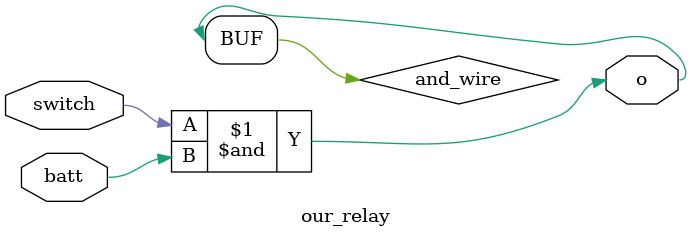
<source format=v>
module our_relay(o, switch, batt);
  output o; // simplified, but essentially the mechanical point of contact with another systme
  input switch, batt;
  wire and_wire;

  and a1(and_wire, switch, batt);
  and a2(o, and_wire);
endmodule

</source>
